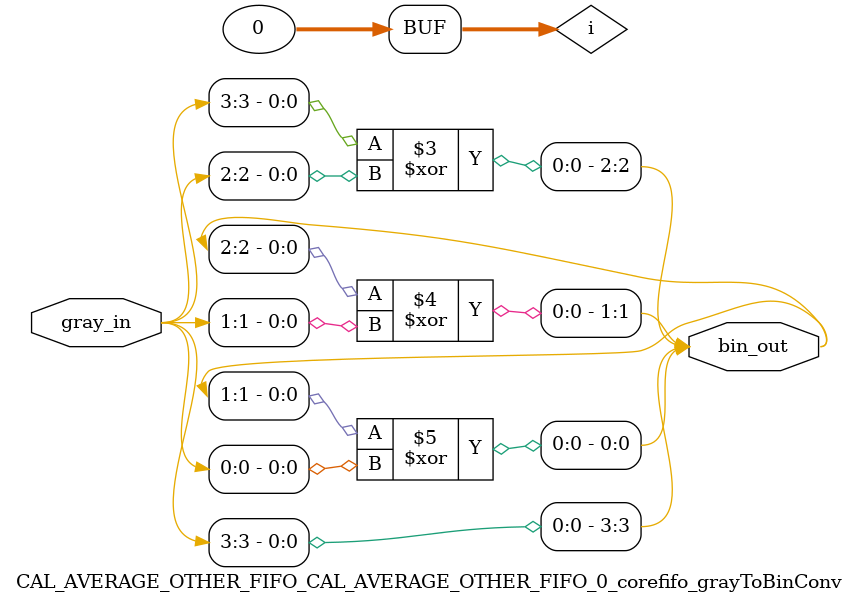
<source format=v>

`timescale 1ns / 100ps

module CAL_AVERAGE_OTHER_FIFO_CAL_AVERAGE_OTHER_FIFO_0_corefifo_grayToBinConv(
                                         gray_in,
                                         bin_out
                                        );

   // --------------------------------------------------------------------------
   // Parameter Declaration
   // --------------------------------------------------------------------------
   parameter ADDRWIDTH  = 3;
  // parameter SYNC_RESET = 0;   

   // --------------------------------------------------------------------------
   // I/O Declaration
   // --------------------------------------------------------------------------

   //--------
   // Inputs
   //--------
   input [ADDRWIDTH:0]    gray_in;

   //---------
   // Outputs
   //---------
   output [ADDRWIDTH:0] bin_out;

   // --------------------------------------------------------------------------
   // Internal signals
   // --------------------------------------------------------------------------
   reg [ADDRWIDTH:0]      bin_out;   
   integer                i;
   

   // --------------------------------------------------------------------------
   //                               Start - of - Code
   // --------------------------------------------------------------------------


   // --------------------------------------------------------------------------
   // Logic to Convert the Gray code to Binary
   // --------------------------------------------------------------------------
   always @(*) begin

      bin_out[ADDRWIDTH]  = gray_in[ADDRWIDTH];      

      for(i=ADDRWIDTH;i>0;i = i-1) begin
         bin_out[i-1]     = (bin_out[i] ^ gray_in[i-1]);
      end

   end

endmodule // corefifo_grayToBinConv

// --------------------------------------------------------------------------
//                             End - of - Code
// --------------------------------------------------------------------------

</source>
